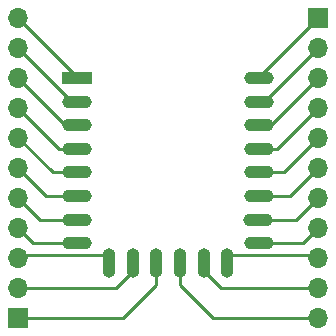
<source format=gbr>
G04 #@! TF.FileFunction,Copper,L2,Bot,Signal*
%FSLAX46Y46*%
G04 Gerber Fmt 4.6, Leading zero omitted, Abs format (unit mm)*
G04 Created by KiCad (PCBNEW 4.0.7) date 11/18/18 14:35:23*
%MOMM*%
%LPD*%
G01*
G04 APERTURE LIST*
%ADD10C,0.100000*%
%ADD11R,1.700000X1.700000*%
%ADD12O,1.700000X1.700000*%
%ADD13R,2.500000X1.100000*%
%ADD14O,2.500000X1.100000*%
%ADD15O,1.100000X2.500000*%
%ADD16C,0.250000*%
G04 APERTURE END LIST*
D10*
D11*
X133985000Y-109855000D03*
D12*
X133985000Y-107315000D03*
X133985000Y-104775000D03*
X133985000Y-102235000D03*
X133985000Y-99695000D03*
X133985000Y-97155000D03*
X133985000Y-94615000D03*
X133985000Y-92075000D03*
X133985000Y-89535000D03*
X133985000Y-86995000D03*
X133985000Y-84455000D03*
D11*
X159385000Y-84455000D03*
D12*
X159385000Y-86995000D03*
X159385000Y-89535000D03*
X159385000Y-92075000D03*
X159385000Y-94615000D03*
X159385000Y-97155000D03*
X159385000Y-99695000D03*
X159385000Y-102235000D03*
X159385000Y-104775000D03*
X159385000Y-107315000D03*
X159385000Y-109855000D03*
D13*
X139000000Y-89535000D03*
D14*
X139000000Y-91535000D03*
X139000000Y-93535000D03*
X139000000Y-95535000D03*
X139000000Y-97535000D03*
X139000000Y-99535000D03*
X139000000Y-101535000D03*
X139000000Y-103535000D03*
X154400000Y-103535000D03*
X154300000Y-101535000D03*
X154400000Y-99535000D03*
X154400000Y-97535000D03*
X154400000Y-95535000D03*
X154400000Y-93535000D03*
X154400000Y-91535000D03*
X154400000Y-89535000D03*
D15*
X141690000Y-105235000D03*
X143690000Y-105235000D03*
X145690000Y-105235000D03*
X147690000Y-105235000D03*
X149690000Y-105235000D03*
X151690000Y-105235000D03*
D16*
X145690000Y-104535000D02*
X145690000Y-107040000D01*
X142875000Y-109855000D02*
X133985000Y-109855000D01*
X145690000Y-107040000D02*
X142875000Y-109855000D01*
X143690000Y-104535000D02*
X143690000Y-105865000D01*
X143690000Y-105865000D02*
X142240000Y-107315000D01*
X142240000Y-107315000D02*
X133985000Y-107315000D01*
X141690000Y-104535000D02*
X134225000Y-104535000D01*
X134225000Y-104535000D02*
X133985000Y-104775000D01*
X139700000Y-103535000D02*
X135285000Y-103535000D01*
X135285000Y-103535000D02*
X133985000Y-102235000D01*
X139700000Y-101535000D02*
X135825000Y-101535000D01*
X135825000Y-101535000D02*
X133985000Y-99695000D01*
X139700000Y-99535000D02*
X136365000Y-99535000D01*
X136365000Y-99535000D02*
X133985000Y-97155000D01*
X139700000Y-97535000D02*
X136905000Y-97535000D01*
X136905000Y-97535000D02*
X133985000Y-94615000D01*
X139700000Y-95535000D02*
X137445000Y-95535000D01*
X137445000Y-95535000D02*
X133985000Y-92075000D01*
X139700000Y-93535000D02*
X137985000Y-93535000D01*
X137985000Y-93535000D02*
X133985000Y-89535000D01*
X139700000Y-91535000D02*
X138525000Y-91535000D01*
X138525000Y-91535000D02*
X133985000Y-86995000D01*
X139700000Y-89535000D02*
X139065000Y-89535000D01*
X139065000Y-89535000D02*
X133985000Y-84455000D01*
X153700000Y-89535000D02*
X154305000Y-89535000D01*
X154305000Y-89535000D02*
X159385000Y-84455000D01*
X153700000Y-91535000D02*
X154845000Y-91535000D01*
X154845000Y-91535000D02*
X159385000Y-86995000D01*
X153700000Y-93535000D02*
X155385000Y-93535000D01*
X155385000Y-93535000D02*
X159385000Y-89535000D01*
X153700000Y-95535000D02*
X155925000Y-95535000D01*
X155925000Y-95535000D02*
X159385000Y-92075000D01*
X153700000Y-97535000D02*
X156465000Y-97535000D01*
X156465000Y-97535000D02*
X159385000Y-94615000D01*
X153700000Y-99535000D02*
X157005000Y-99535000D01*
X157005000Y-99535000D02*
X159385000Y-97155000D01*
X153700000Y-101535000D02*
X157545000Y-101535000D01*
X157545000Y-101535000D02*
X159385000Y-99695000D01*
X153700000Y-103535000D02*
X158085000Y-103535000D01*
X158085000Y-103535000D02*
X159385000Y-102235000D01*
X151690000Y-104535000D02*
X159145000Y-104535000D01*
X159145000Y-104535000D02*
X159385000Y-104775000D01*
X149690000Y-104535000D02*
X149690000Y-105875000D01*
X149690000Y-105875000D02*
X151130000Y-107315000D01*
X151130000Y-107315000D02*
X159385000Y-107315000D01*
X147690000Y-104535000D02*
X147690000Y-107050000D01*
X150495000Y-109855000D02*
X159385000Y-109855000D01*
X147690000Y-107050000D02*
X150495000Y-109855000D01*
M02*

</source>
